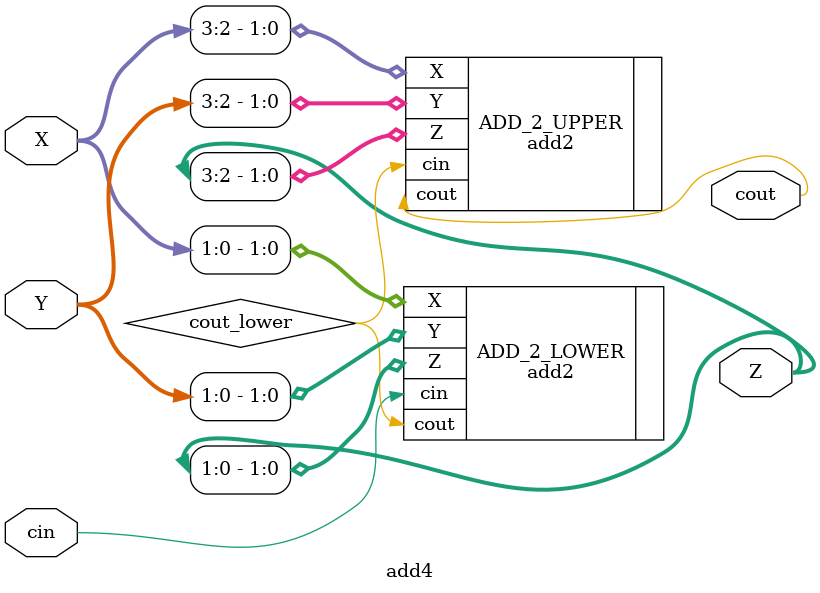
<source format=v>
`timescale 1ns / 1ps
`default_nettype none //helps catch typo-related bugs
module add4(X,Y,Z,cin,cout);

	//parameter definitions

	//port definitions - customize for different bit widths
	input  wire [3:0] X;
	input  wire [3:0] Y;
	output wire [3:0] Z;
	input  wire cin;
	output wire cout;
	
	wire cout_lower; 
	
	add2 ADD_2_LOWER(.X(X[1:0]), .Y(Y[1:0]), .Z(Z[1:0]), .cin(cin), .cout(cout_lower)); 
   add2 ADD_2_UPPER(.X(X[3:2]), .Y(Y[3:2]), .Z(Z[3:2]), .cin(cout_lower), .cout(cout)); 

endmodule
`default_nettype wire //some Xilinx IP requires that the default_nettype be set to wire

</source>
